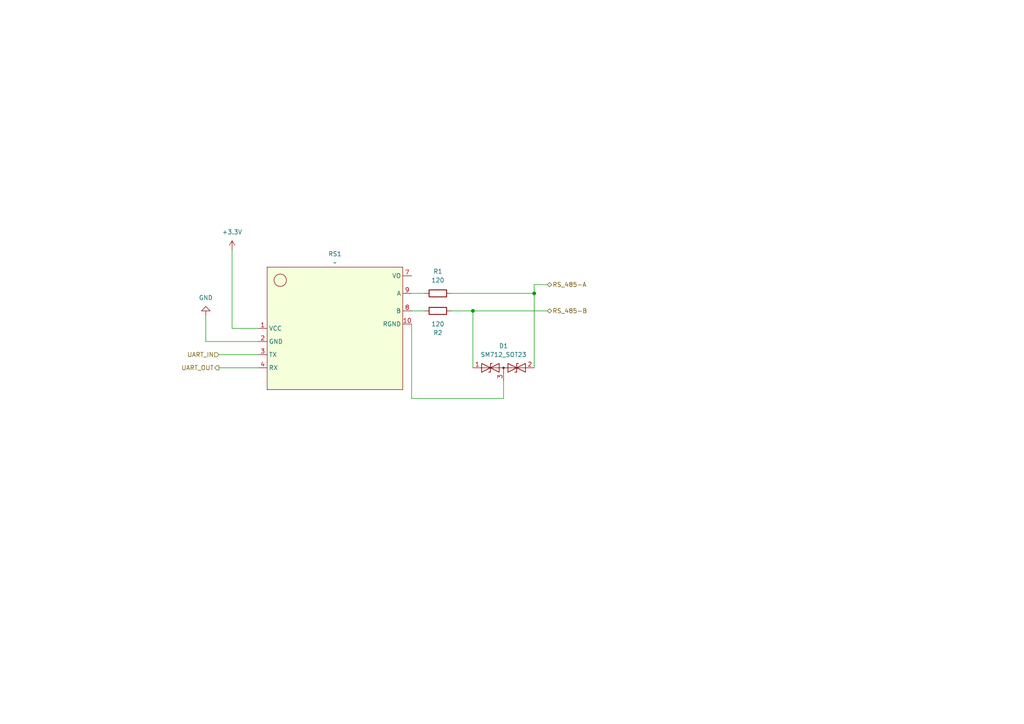
<source format=kicad_sch>
(kicad_sch
	(version 20250114)
	(generator "eeschema")
	(generator_version "9.0")
	(uuid "4b1b2e0f-c5ec-404e-879f-1d8b95a39ccc")
	(paper "A4")
	(lib_symbols
		(symbol "Device:R"
			(pin_numbers
				(hide yes)
			)
			(pin_names
				(offset 0)
			)
			(exclude_from_sim no)
			(in_bom yes)
			(on_board yes)
			(property "Reference" "R"
				(at 2.032 0 90)
				(effects
					(font
						(size 1.27 1.27)
					)
				)
			)
			(property "Value" "R"
				(at 0 0 90)
				(effects
					(font
						(size 1.27 1.27)
					)
				)
			)
			(property "Footprint" ""
				(at -1.778 0 90)
				(effects
					(font
						(size 1.27 1.27)
					)
					(hide yes)
				)
			)
			(property "Datasheet" "~"
				(at 0 0 0)
				(effects
					(font
						(size 1.27 1.27)
					)
					(hide yes)
				)
			)
			(property "Description" "Resistor"
				(at 0 0 0)
				(effects
					(font
						(size 1.27 1.27)
					)
					(hide yes)
				)
			)
			(property "ki_keywords" "R res resistor"
				(at 0 0 0)
				(effects
					(font
						(size 1.27 1.27)
					)
					(hide yes)
				)
			)
			(property "ki_fp_filters" "R_*"
				(at 0 0 0)
				(effects
					(font
						(size 1.27 1.27)
					)
					(hide yes)
				)
			)
			(symbol "R_0_1"
				(rectangle
					(start -1.016 -2.54)
					(end 1.016 2.54)
					(stroke
						(width 0.254)
						(type default)
					)
					(fill
						(type none)
					)
				)
			)
			(symbol "R_1_1"
				(pin passive line
					(at 0 3.81 270)
					(length 1.27)
					(name "~"
						(effects
							(font
								(size 1.27 1.27)
							)
						)
					)
					(number "1"
						(effects
							(font
								(size 1.27 1.27)
							)
						)
					)
				)
				(pin passive line
					(at 0 -3.81 90)
					(length 1.27)
					(name "~"
						(effects
							(font
								(size 1.27 1.27)
							)
						)
					)
					(number "2"
						(effects
							(font
								(size 1.27 1.27)
							)
						)
					)
				)
			)
			(embedded_fonts no)
		)
		(symbol "Diode:SM712_SOT23"
			(pin_names
				(offset 1.016)
				(hide yes)
			)
			(exclude_from_sim no)
			(in_bom yes)
			(on_board yes)
			(property "Reference" "D"
				(at 0 4.445 0)
				(effects
					(font
						(size 1.27 1.27)
					)
				)
			)
			(property "Value" "SM712_SOT23"
				(at 0 2.54 0)
				(effects
					(font
						(size 1.27 1.27)
					)
				)
			)
			(property "Footprint" "Package_TO_SOT_SMD:SOT-23"
				(at 0 -8.89 0)
				(effects
					(font
						(size 1.27 1.27)
					)
					(hide yes)
				)
			)
			(property "Datasheet" "https://www.littelfuse.com/~/media/electronics/datasheets/tvs_diode_arrays/littelfuse_tvs_diode_array_sm712_datasheet.pdf.pdf"
				(at -3.81 0 0)
				(effects
					(font
						(size 1.27 1.27)
					)
					(hide yes)
				)
			)
			(property "Description" "7V/12V, 600W Asymmetrical TVS Diode Array, SOT-23"
				(at 0 0 0)
				(effects
					(font
						(size 1.27 1.27)
					)
					(hide yes)
				)
			)
			(property "ki_keywords" "transient voltage suppressor thyrector transil"
				(at 0 0 0)
				(effects
					(font
						(size 1.27 1.27)
					)
					(hide yes)
				)
			)
			(property "ki_fp_filters" "SOT?23*"
				(at 0 0 0)
				(effects
					(font
						(size 1.27 1.27)
					)
					(hide yes)
				)
			)
			(symbol "SM712_SOT23_0_0"
				(polyline
					(pts
						(xy 0 -1.27) (xy 0 0)
					)
					(stroke
						(width 0)
						(type default)
					)
					(fill
						(type none)
					)
				)
			)
			(symbol "SM712_SOT23_0_1"
				(polyline
					(pts
						(xy -6.35 0) (xy 6.35 0)
					)
					(stroke
						(width 0)
						(type default)
					)
					(fill
						(type none)
					)
				)
				(polyline
					(pts
						(xy -6.35 -1.27) (xy -1.27 1.27) (xy -1.27 -1.27) (xy -6.35 1.27) (xy -6.35 -1.27)
					)
					(stroke
						(width 0.2032)
						(type default)
					)
					(fill
						(type none)
					)
				)
				(polyline
					(pts
						(xy -3.302 1.27) (xy -3.81 1.27) (xy -3.81 -1.27) (xy -4.318 -1.27)
					)
					(stroke
						(width 0.2032)
						(type default)
					)
					(fill
						(type none)
					)
				)
				(circle
					(center 0 0)
					(radius 0.254)
					(stroke
						(width 0)
						(type default)
					)
					(fill
						(type outline)
					)
				)
				(polyline
					(pts
						(xy 1.27 -1.27) (xy 1.27 1.27) (xy 6.35 -1.27) (xy 6.35 1.27) (xy 1.27 -1.27)
					)
					(stroke
						(width 0.2032)
						(type default)
					)
					(fill
						(type none)
					)
				)
				(polyline
					(pts
						(xy 4.318 1.27) (xy 3.81 1.27) (xy 3.81 -1.27) (xy 3.302 -1.27)
					)
					(stroke
						(width 0.2032)
						(type default)
					)
					(fill
						(type none)
					)
				)
			)
			(symbol "SM712_SOT23_1_1"
				(pin passive line
					(at -8.89 0 0)
					(length 2.54)
					(name "A1"
						(effects
							(font
								(size 1.27 1.27)
							)
						)
					)
					(number "1"
						(effects
							(font
								(size 1.27 1.27)
							)
						)
					)
				)
				(pin input line
					(at 0 -3.81 90)
					(length 2.54)
					(name "common"
						(effects
							(font
								(size 1.27 1.27)
							)
						)
					)
					(number "3"
						(effects
							(font
								(size 1.27 1.27)
							)
						)
					)
				)
				(pin passive line
					(at 8.89 0 180)
					(length 2.54)
					(name "A2"
						(effects
							(font
								(size 1.27 1.27)
							)
						)
					)
					(number "2"
						(effects
							(font
								(size 1.27 1.27)
							)
						)
					)
				)
			)
			(embedded_fonts no)
		)
		(symbol "SIMBOLOS RJ:_1"
			(exclude_from_sim no)
			(in_bom yes)
			(on_board yes)
			(property "Reference" "RS1"
				(at 19.685 39.37 0)
				(effects
					(font
						(size 1.27 1.27)
					)
				)
			)
			(property "Value" "~"
				(at 19.685 36.83 0)
				(effects
					(font
						(size 1.27 1.27)
					)
				)
			)
			(property "Footprint" "Library:RS_DEVO"
				(at 0 0 0)
				(effects
					(font
						(size 1.27 1.27)
					)
					(hide yes)
				)
			)
			(property "Datasheet" ""
				(at 0 0 0)
				(effects
					(font
						(size 1.27 1.27)
					)
					(hide yes)
				)
			)
			(property "Description" ""
				(at 0 0 0)
				(effects
					(font
						(size 1.27 1.27)
					)
					(hide yes)
				)
			)
			(symbol "_1_0_1"
				(circle
					(center 3.81 31.75)
					(radius 1.7961)
					(stroke
						(width 0)
						(type default)
					)
					(fill
						(type none)
					)
				)
			)
			(symbol "_1_1_1"
				(rectangle
					(start 0 35.56)
					(end 39.37 0)
					(stroke
						(width 0)
						(type solid)
					)
					(fill
						(type color)
						(color 245 255 218 1)
					)
				)
				(pin input line
					(at -2.54 17.78 0)
					(length 2.54)
					(name "VCC"
						(effects
							(font
								(size 1.27 1.27)
							)
						)
					)
					(number "1"
						(effects
							(font
								(size 1.27 1.27)
							)
						)
					)
				)
				(pin input line
					(at -2.54 13.97 0)
					(length 2.54)
					(name "GND"
						(effects
							(font
								(size 1.27 1.27)
							)
						)
					)
					(number "2"
						(effects
							(font
								(size 1.27 1.27)
							)
						)
					)
				)
				(pin input line
					(at -2.54 10.16 0)
					(length 2.54)
					(name "TX"
						(effects
							(font
								(size 1.27 1.27)
							)
						)
					)
					(number "3"
						(effects
							(font
								(size 1.27 1.27)
							)
						)
					)
				)
				(pin input line
					(at -2.54 6.35 0)
					(length 2.54)
					(name "RX"
						(effects
							(font
								(size 1.27 1.27)
							)
						)
					)
					(number "4"
						(effects
							(font
								(size 1.27 1.27)
							)
						)
					)
				)
				(pin input line
					(at 41.91 33.02 180)
					(length 2.54)
					(name "VO"
						(effects
							(font
								(size 1.27 1.27)
							)
						)
					)
					(number "7"
						(effects
							(font
								(size 1.27 1.27)
							)
						)
					)
				)
				(pin input line
					(at 41.91 27.94 180)
					(length 2.54)
					(name "A"
						(effects
							(font
								(size 1.27 1.27)
							)
						)
					)
					(number "9"
						(effects
							(font
								(size 1.27 1.27)
							)
						)
					)
				)
				(pin input line
					(at 41.91 22.86 180)
					(length 2.54)
					(name "B"
						(effects
							(font
								(size 1.27 1.27)
							)
						)
					)
					(number "8"
						(effects
							(font
								(size 1.27 1.27)
							)
						)
					)
				)
				(pin input line
					(at 41.91 19.05 180)
					(length 2.54)
					(name "RGND"
						(effects
							(font
								(size 1.27 1.27)
							)
						)
					)
					(number "10"
						(effects
							(font
								(size 1.27 1.27)
							)
						)
					)
				)
			)
			(embedded_fonts no)
		)
		(symbol "power:+3.3V"
			(power)
			(pin_numbers
				(hide yes)
			)
			(pin_names
				(offset 0)
				(hide yes)
			)
			(exclude_from_sim no)
			(in_bom yes)
			(on_board yes)
			(property "Reference" "#PWR"
				(at 0 -3.81 0)
				(effects
					(font
						(size 1.27 1.27)
					)
					(hide yes)
				)
			)
			(property "Value" "+3.3V"
				(at 0 3.556 0)
				(effects
					(font
						(size 1.27 1.27)
					)
				)
			)
			(property "Footprint" ""
				(at 0 0 0)
				(effects
					(font
						(size 1.27 1.27)
					)
					(hide yes)
				)
			)
			(property "Datasheet" ""
				(at 0 0 0)
				(effects
					(font
						(size 1.27 1.27)
					)
					(hide yes)
				)
			)
			(property "Description" "Power symbol creates a global label with name \"+3.3V\""
				(at 0 0 0)
				(effects
					(font
						(size 1.27 1.27)
					)
					(hide yes)
				)
			)
			(property "ki_keywords" "global power"
				(at 0 0 0)
				(effects
					(font
						(size 1.27 1.27)
					)
					(hide yes)
				)
			)
			(symbol "+3.3V_0_1"
				(polyline
					(pts
						(xy -0.762 1.27) (xy 0 2.54)
					)
					(stroke
						(width 0)
						(type default)
					)
					(fill
						(type none)
					)
				)
				(polyline
					(pts
						(xy 0 2.54) (xy 0.762 1.27)
					)
					(stroke
						(width 0)
						(type default)
					)
					(fill
						(type none)
					)
				)
				(polyline
					(pts
						(xy 0 0) (xy 0 2.54)
					)
					(stroke
						(width 0)
						(type default)
					)
					(fill
						(type none)
					)
				)
			)
			(symbol "+3.3V_1_1"
				(pin power_in line
					(at 0 0 90)
					(length 0)
					(name "~"
						(effects
							(font
								(size 1.27 1.27)
							)
						)
					)
					(number "1"
						(effects
							(font
								(size 1.27 1.27)
							)
						)
					)
				)
			)
			(embedded_fonts no)
		)
		(symbol "power:GND"
			(power)
			(pin_numbers
				(hide yes)
			)
			(pin_names
				(offset 0)
				(hide yes)
			)
			(exclude_from_sim no)
			(in_bom yes)
			(on_board yes)
			(property "Reference" "#PWR"
				(at 0 -6.35 0)
				(effects
					(font
						(size 1.27 1.27)
					)
					(hide yes)
				)
			)
			(property "Value" "GND"
				(at 0 -3.81 0)
				(effects
					(font
						(size 1.27 1.27)
					)
				)
			)
			(property "Footprint" ""
				(at 0 0 0)
				(effects
					(font
						(size 1.27 1.27)
					)
					(hide yes)
				)
			)
			(property "Datasheet" ""
				(at 0 0 0)
				(effects
					(font
						(size 1.27 1.27)
					)
					(hide yes)
				)
			)
			(property "Description" "Power symbol creates a global label with name \"GND\" , ground"
				(at 0 0 0)
				(effects
					(font
						(size 1.27 1.27)
					)
					(hide yes)
				)
			)
			(property "ki_keywords" "global power"
				(at 0 0 0)
				(effects
					(font
						(size 1.27 1.27)
					)
					(hide yes)
				)
			)
			(symbol "GND_0_1"
				(polyline
					(pts
						(xy 0 0) (xy 0 -1.27) (xy 1.27 -1.27) (xy 0 -2.54) (xy -1.27 -1.27) (xy 0 -1.27)
					)
					(stroke
						(width 0)
						(type default)
					)
					(fill
						(type none)
					)
				)
			)
			(symbol "GND_1_1"
				(pin power_in line
					(at 0 0 270)
					(length 0)
					(name "~"
						(effects
							(font
								(size 1.27 1.27)
							)
						)
					)
					(number "1"
						(effects
							(font
								(size 1.27 1.27)
							)
						)
					)
				)
			)
			(embedded_fonts no)
		)
	)
	(junction
		(at 154.94 85.09)
		(diameter 0)
		(color 0 0 0 0)
		(uuid "634d5b45-265c-4053-8ab5-356da390088e")
	)
	(junction
		(at 137.16 90.17)
		(diameter 0)
		(color 0 0 0 0)
		(uuid "66f6b9fa-202a-4971-bddf-7ce11989a9c2")
	)
	(wire
		(pts
			(xy 119.38 85.09) (xy 123.19 85.09)
		)
		(stroke
			(width 0)
			(type default)
		)
		(uuid "0640ed3e-c0ce-4a2b-904b-34b22cce76e5")
	)
	(wire
		(pts
			(xy 63.5 102.87) (xy 74.93 102.87)
		)
		(stroke
			(width 0)
			(type default)
		)
		(uuid "07917de9-d865-4d67-8bc7-d5d2bbf66172")
	)
	(wire
		(pts
			(xy 154.94 82.55) (xy 158.75 82.55)
		)
		(stroke
			(width 0)
			(type default)
		)
		(uuid "42d497a6-a6e3-4c89-8841-53858c75a3bc")
	)
	(wire
		(pts
			(xy 119.38 115.57) (xy 119.38 93.98)
		)
		(stroke
			(width 0)
			(type default)
		)
		(uuid "50338194-5682-4043-b8da-ec57d5b2d697")
	)
	(wire
		(pts
			(xy 130.81 90.17) (xy 137.16 90.17)
		)
		(stroke
			(width 0)
			(type default)
		)
		(uuid "6a78f47d-89ef-4438-ba9d-76ed2aaa6c4b")
	)
	(wire
		(pts
			(xy 154.94 85.09) (xy 154.94 106.68)
		)
		(stroke
			(width 0)
			(type default)
		)
		(uuid "6cc2e743-e68c-4cab-800f-476bed04cac7")
	)
	(wire
		(pts
			(xy 74.93 99.06) (xy 59.69 99.06)
		)
		(stroke
			(width 0)
			(type default)
		)
		(uuid "9e69b9eb-033e-40ec-97e2-0de189c218fb")
	)
	(wire
		(pts
			(xy 59.69 99.06) (xy 59.69 91.44)
		)
		(stroke
			(width 0)
			(type default)
		)
		(uuid "a50f5b25-ef67-479b-95bb-fb536aaca383")
	)
	(wire
		(pts
			(xy 146.05 115.57) (xy 119.38 115.57)
		)
		(stroke
			(width 0)
			(type default)
		)
		(uuid "ac0e2abc-808f-4a00-b281-81fcde1b2f28")
	)
	(wire
		(pts
			(xy 146.05 115.57) (xy 146.05 110.49)
		)
		(stroke
			(width 0)
			(type default)
		)
		(uuid "afe1b33d-5a9e-4632-bf3c-2c700719af62")
	)
	(wire
		(pts
			(xy 137.16 90.17) (xy 158.75 90.17)
		)
		(stroke
			(width 0)
			(type default)
		)
		(uuid "bf94bec0-f5c8-496d-ac60-4ba870fb81ff")
	)
	(wire
		(pts
			(xy 63.5 106.68) (xy 74.93 106.68)
		)
		(stroke
			(width 0)
			(type default)
		)
		(uuid "c49c749a-3e90-4e5d-8723-467f668b951a")
	)
	(wire
		(pts
			(xy 67.31 72.39) (xy 67.31 95.25)
		)
		(stroke
			(width 0)
			(type default)
		)
		(uuid "d8f5dcae-d280-41ba-8974-71b9fb48ab31")
	)
	(wire
		(pts
			(xy 137.16 90.17) (xy 137.16 106.68)
		)
		(stroke
			(width 0)
			(type default)
		)
		(uuid "df30cb82-b73a-45d3-95c3-2cdfede7fec2")
	)
	(wire
		(pts
			(xy 67.31 95.25) (xy 74.93 95.25)
		)
		(stroke
			(width 0)
			(type default)
		)
		(uuid "f365bca6-8837-4a22-af10-23b2330194d3")
	)
	(wire
		(pts
			(xy 154.94 82.55) (xy 154.94 85.09)
		)
		(stroke
			(width 0)
			(type default)
		)
		(uuid "f5403ca7-74ff-47a2-9a8f-1c7f8b3b17b2")
	)
	(wire
		(pts
			(xy 119.38 90.17) (xy 123.19 90.17)
		)
		(stroke
			(width 0)
			(type default)
		)
		(uuid "fca07ac5-9c39-4707-b2c4-d43d84a2a080")
	)
	(wire
		(pts
			(xy 130.81 85.09) (xy 154.94 85.09)
		)
		(stroke
			(width 0)
			(type default)
		)
		(uuid "fed5d2fb-99fb-48f8-9de2-1fce2d0e3b5a")
	)
	(hierarchical_label "UART_OUT"
		(shape output)
		(at 63.5 106.68 180)
		(effects
			(font
				(size 1.27 1.27)
			)
			(justify right)
		)
		(uuid "1dcafe4c-516c-452e-b78e-a03b245ec406")
	)
	(hierarchical_label "RS_485-A"
		(shape bidirectional)
		(at 158.75 82.55 0)
		(effects
			(font
				(size 1.27 1.27)
			)
			(justify left)
		)
		(uuid "5a760604-f06a-420e-a78b-9d476d6040ef")
	)
	(hierarchical_label "RS_485-B"
		(shape bidirectional)
		(at 158.75 90.17 0)
		(effects
			(font
				(size 1.27 1.27)
			)
			(justify left)
		)
		(uuid "81422cc6-b264-4098-9f05-d60048ecccf8")
	)
	(hierarchical_label "UART_IN"
		(shape input)
		(at 63.5 102.87 180)
		(effects
			(font
				(size 1.27 1.27)
			)
			(justify right)
		)
		(uuid "84833c0f-3d94-49d1-9f53-3808723e1205")
	)
	(symbol
		(lib_id "Device:R")
		(at 127 90.17 90)
		(mirror x)
		(unit 1)
		(exclude_from_sim no)
		(in_bom yes)
		(on_board yes)
		(dnp no)
		(uuid "0bd0c3ec-65ff-4106-b7c0-8c98f573102e")
		(property "Reference" "R2"
			(at 127 96.52 90)
			(effects
				(font
					(size 1.27 1.27)
				)
			)
		)
		(property "Value" "120"
			(at 127 93.98 90)
			(effects
				(font
					(size 1.27 1.27)
				)
			)
		)
		(property "Footprint" "Resistor_SMD:R_0603_1608Metric"
			(at 127 88.392 90)
			(effects
				(font
					(size 1.27 1.27)
				)
				(hide yes)
			)
		)
		(property "Datasheet" "~"
			(at 127 90.17 0)
			(effects
				(font
					(size 1.27 1.27)
				)
				(hide yes)
			)
		)
		(property "Description" "Resistor"
			(at 127 90.17 0)
			(effects
				(font
					(size 1.27 1.27)
				)
				(hide yes)
			)
		)
		(pin "1"
			(uuid "2303e824-099c-484f-9cb4-7b3ec8494ea8")
		)
		(pin "2"
			(uuid "30665d2e-f77a-4546-8c9b-f64675bb6a15")
		)
		(instances
			(project "PLC4UNI_Board"
				(path "/20dd9fa8-33e5-4e01-8b4a-8cb5828152c9/ef44eee8-cd41-4527-92e2-6c408c0d0d91/e98ee65e-ee05-4d3d-8906-03b9f7fcdaaf"
					(reference "R2")
					(unit 1)
				)
			)
			(project "PLC4UNI_Board"
				(path "/3f95a48a-e63f-444a-b104-97d170acd68f/d3e292ce-c12b-44cd-ac9c-4bdf3eccfc18"
					(reference "R27")
					(unit 1)
				)
			)
		)
	)
	(symbol
		(lib_id "SIMBOLOS RJ:_1")
		(at 77.47 113.03 0)
		(unit 1)
		(exclude_from_sim no)
		(in_bom yes)
		(on_board yes)
		(dnp no)
		(fields_autoplaced yes)
		(uuid "4190e4d3-3594-41bc-aaf7-f9fb29393c5e")
		(property "Reference" "RS1"
			(at 97.155 73.66 0)
			(effects
				(font
					(size 1.27 1.27)
				)
			)
		)
		(property "Value" "~"
			(at 97.155 76.2 0)
			(effects
				(font
					(size 1.27 1.27)
				)
			)
		)
		(property "Footprint" "TB'000H:RS485-MODULE-DEVO"
			(at 77.47 113.03 0)
			(effects
				(font
					(size 1.27 1.27)
				)
				(hide yes)
			)
		)
		(property "Datasheet" ""
			(at 77.47 113.03 0)
			(effects
				(font
					(size 1.27 1.27)
				)
				(hide yes)
			)
		)
		(property "Description" ""
			(at 77.47 113.03 0)
			(effects
				(font
					(size 1.27 1.27)
				)
				(hide yes)
			)
		)
		(pin "4"
			(uuid "9a93fdf9-35ad-4a39-b108-f8e48fe12ee7")
		)
		(pin "3"
			(uuid "dabc9faf-192a-4f07-a189-b11ac7fe739f")
		)
		(pin "9"
			(uuid "bd2805ad-b836-45d3-9360-a3ec232e3a8d")
		)
		(pin "2"
			(uuid "96da08d9-7042-4486-a9fc-8b2a3cb0ea32")
		)
		(pin "10"
			(uuid "dffcd451-2c89-479d-8d5c-51d1ddd711b8")
		)
		(pin "7"
			(uuid "efc8ad80-357f-49e1-90bc-3adab5744b88")
		)
		(pin "1"
			(uuid "31d0a1b8-b888-45ef-bf81-1c5ca0348a74")
		)
		(pin "8"
			(uuid "3b8bdeb4-d989-45d7-820d-7676b10e791a")
		)
		(instances
			(project "PLC4UNI_Board"
				(path "/20dd9fa8-33e5-4e01-8b4a-8cb5828152c9/ef44eee8-cd41-4527-92e2-6c408c0d0d91/e98ee65e-ee05-4d3d-8906-03b9f7fcdaaf"
					(reference "RS1")
					(unit 1)
				)
			)
			(project "PLC4UNI_Board"
				(path "/3f95a48a-e63f-444a-b104-97d170acd68f/d3e292ce-c12b-44cd-ac9c-4bdf3eccfc18"
					(reference "RS1")
					(unit 1)
				)
			)
		)
	)
	(symbol
		(lib_id "power:+3.3V")
		(at 67.31 72.39 0)
		(unit 1)
		(exclude_from_sim no)
		(in_bom yes)
		(on_board yes)
		(dnp no)
		(fields_autoplaced yes)
		(uuid "50fd8416-4016-412c-86de-0f338b9cc449")
		(property "Reference" "#PWR06"
			(at 67.31 76.2 0)
			(effects
				(font
					(size 1.27 1.27)
				)
				(hide yes)
			)
		)
		(property "Value" "+3.3V"
			(at 67.31 67.31 0)
			(effects
				(font
					(size 1.27 1.27)
				)
			)
		)
		(property "Footprint" ""
			(at 67.31 72.39 0)
			(effects
				(font
					(size 1.27 1.27)
				)
				(hide yes)
			)
		)
		(property "Datasheet" ""
			(at 67.31 72.39 0)
			(effects
				(font
					(size 1.27 1.27)
				)
				(hide yes)
			)
		)
		(property "Description" "Power symbol creates a global label with name \"+3.3V\""
			(at 67.31 72.39 0)
			(effects
				(font
					(size 1.27 1.27)
				)
				(hide yes)
			)
		)
		(pin "1"
			(uuid "ea4c996c-61a8-4cd8-93f9-5b64d3adbbfe")
		)
		(instances
			(project "PLC4UNI_Board"
				(path "/20dd9fa8-33e5-4e01-8b4a-8cb5828152c9/ef44eee8-cd41-4527-92e2-6c408c0d0d91/e98ee65e-ee05-4d3d-8906-03b9f7fcdaaf"
					(reference "#PWR06")
					(unit 1)
				)
			)
			(project "PLC4UNI_Board"
				(path "/3f95a48a-e63f-444a-b104-97d170acd68f/d3e292ce-c12b-44cd-ac9c-4bdf3eccfc18"
					(reference "#PWR059")
					(unit 1)
				)
			)
		)
	)
	(symbol
		(lib_id "power:GND")
		(at 59.69 91.44 180)
		(unit 1)
		(exclude_from_sim no)
		(in_bom yes)
		(on_board yes)
		(dnp no)
		(fields_autoplaced yes)
		(uuid "84aaf0e3-4053-4e04-a8e0-a29ae227d530")
		(property "Reference" "#PWR05"
			(at 59.69 85.09 0)
			(effects
				(font
					(size 1.27 1.27)
				)
				(hide yes)
			)
		)
		(property "Value" "GND"
			(at 59.69 86.36 0)
			(effects
				(font
					(size 1.27 1.27)
				)
			)
		)
		(property "Footprint" ""
			(at 59.69 91.44 0)
			(effects
				(font
					(size 1.27 1.27)
				)
				(hide yes)
			)
		)
		(property "Datasheet" ""
			(at 59.69 91.44 0)
			(effects
				(font
					(size 1.27 1.27)
				)
				(hide yes)
			)
		)
		(property "Description" "Power symbol creates a global label with name \"GND\" , ground"
			(at 59.69 91.44 0)
			(effects
				(font
					(size 1.27 1.27)
				)
				(hide yes)
			)
		)
		(pin "1"
			(uuid "34758029-2ab7-4e30-8841-afc93dcd6c21")
		)
		(instances
			(project "PLC4UNI_Board"
				(path "/20dd9fa8-33e5-4e01-8b4a-8cb5828152c9/ef44eee8-cd41-4527-92e2-6c408c0d0d91/e98ee65e-ee05-4d3d-8906-03b9f7fcdaaf"
					(reference "#PWR05")
					(unit 1)
				)
			)
			(project "PLC4UNI_Board"
				(path "/3f95a48a-e63f-444a-b104-97d170acd68f/d3e292ce-c12b-44cd-ac9c-4bdf3eccfc18"
					(reference "#PWR058")
					(unit 1)
				)
			)
		)
	)
	(symbol
		(lib_id "Device:R")
		(at 127 85.09 90)
		(unit 1)
		(exclude_from_sim no)
		(in_bom yes)
		(on_board yes)
		(dnp no)
		(fields_autoplaced yes)
		(uuid "a76b4444-d3cd-44dc-b8de-223231d20f8a")
		(property "Reference" "R1"
			(at 127 78.74 90)
			(effects
				(font
					(size 1.27 1.27)
				)
			)
		)
		(property "Value" "120"
			(at 127 81.28 90)
			(effects
				(font
					(size 1.27 1.27)
				)
			)
		)
		(property "Footprint" "Resistor_SMD:R_0603_1608Metric"
			(at 127 86.868 90)
			(effects
				(font
					(size 1.27 1.27)
				)
				(hide yes)
			)
		)
		(property "Datasheet" "~"
			(at 127 85.09 0)
			(effects
				(font
					(size 1.27 1.27)
				)
				(hide yes)
			)
		)
		(property "Description" "Resistor"
			(at 127 85.09 0)
			(effects
				(font
					(size 1.27 1.27)
				)
				(hide yes)
			)
		)
		(pin "1"
			(uuid "53e218a7-a80e-4702-bed6-b84de1d715bd")
		)
		(pin "2"
			(uuid "387e3035-f79a-4128-ada8-2416a8437673")
		)
		(instances
			(project "PLC4UNI_Board"
				(path "/20dd9fa8-33e5-4e01-8b4a-8cb5828152c9/ef44eee8-cd41-4527-92e2-6c408c0d0d91/e98ee65e-ee05-4d3d-8906-03b9f7fcdaaf"
					(reference "R1")
					(unit 1)
				)
			)
			(project "PLC4UNI_Board"
				(path "/3f95a48a-e63f-444a-b104-97d170acd68f/d3e292ce-c12b-44cd-ac9c-4bdf3eccfc18"
					(reference "R26")
					(unit 1)
				)
			)
		)
	)
	(symbol
		(lib_id "Diode:SM712_SOT23")
		(at 146.05 106.68 0)
		(unit 1)
		(exclude_from_sim no)
		(in_bom yes)
		(on_board yes)
		(dnp no)
		(fields_autoplaced yes)
		(uuid "f837f436-849c-4807-bdab-a408d202684f")
		(property "Reference" "D1"
			(at 146.05 100.33 0)
			(effects
				(font
					(size 1.27 1.27)
				)
			)
		)
		(property "Value" "SM712_SOT23"
			(at 146.05 102.87 0)
			(effects
				(font
					(size 1.27 1.27)
				)
			)
		)
		(property "Footprint" "Package_TO_SOT_SMD:SOT-23"
			(at 146.05 115.57 0)
			(effects
				(font
					(size 1.27 1.27)
				)
				(hide yes)
			)
		)
		(property "Datasheet" "https://www.littelfuse.com/~/media/electronics/datasheets/tvs_diode_arrays/littelfuse_tvs_diode_array_sm712_datasheet.pdf.pdf"
			(at 142.24 106.68 0)
			(effects
				(font
					(size 1.27 1.27)
				)
				(hide yes)
			)
		)
		(property "Description" "7V/12V, 600W Asymmetrical TVS Diode Array, SOT-23"
			(at 146.05 106.68 0)
			(effects
				(font
					(size 1.27 1.27)
				)
				(hide yes)
			)
		)
		(pin "3"
			(uuid "bd1e611e-8306-4274-9e98-b3003f59b8b9")
		)
		(pin "2"
			(uuid "67b0914e-68b6-445c-acdc-f718cade5784")
		)
		(pin "1"
			(uuid "a17d971d-a482-452f-950d-b9f6812fe244")
		)
		(instances
			(project "PLC4UNI_Board"
				(path "/20dd9fa8-33e5-4e01-8b4a-8cb5828152c9/ef44eee8-cd41-4527-92e2-6c408c0d0d91/e98ee65e-ee05-4d3d-8906-03b9f7fcdaaf"
					(reference "D1")
					(unit 1)
				)
			)
			(project "PLC4UNI_Board"
				(path "/3f95a48a-e63f-444a-b104-97d170acd68f/d3e292ce-c12b-44cd-ac9c-4bdf3eccfc18"
					(reference "D2")
					(unit 1)
				)
			)
		)
	)
)

</source>
